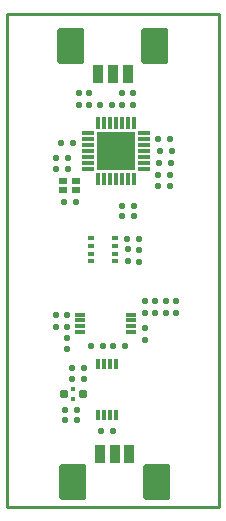
<source format=gtp>
G04*
G04 #@! TF.GenerationSoftware,Altium Limited,CircuitStudio,1.5.1 (13)*
G04*
G04 Layer_Color=8421504*
%FSLAX25Y25*%
%MOIN*%
G70*
G01*
G75*
G04:AMPARAMS|DCode=10|XSize=19.69mil|YSize=19.69mil|CornerRadius=1.97mil|HoleSize=0mil|Usage=FLASHONLY|Rotation=180.000|XOffset=0mil|YOffset=0mil|HoleType=Round|Shape=RoundedRectangle|*
%AMROUNDEDRECTD10*
21,1,0.01969,0.01575,0,0,180.0*
21,1,0.01575,0.01969,0,0,180.0*
1,1,0.00394,-0.00787,0.00787*
1,1,0.00394,0.00787,0.00787*
1,1,0.00394,0.00787,-0.00787*
1,1,0.00394,-0.00787,-0.00787*
%
%ADD10ROUNDEDRECTD10*%
G04:AMPARAMS|DCode=11|XSize=23.62mil|YSize=23.62mil|CornerRadius=2.36mil|HoleSize=0mil|Usage=FLASHONLY|Rotation=0.000|XOffset=0mil|YOffset=0mil|HoleType=Round|Shape=RoundedRectangle|*
%AMROUNDEDRECTD11*
21,1,0.02362,0.01890,0,0,0.0*
21,1,0.01890,0.02362,0,0,0.0*
1,1,0.00472,0.00945,-0.00945*
1,1,0.00472,-0.00945,-0.00945*
1,1,0.00472,-0.00945,0.00945*
1,1,0.00472,0.00945,0.00945*
%
%ADD11ROUNDEDRECTD11*%
G04:AMPARAMS|DCode=12|XSize=15.75mil|YSize=15.75mil|CornerRadius=1.58mil|HoleSize=0mil|Usage=FLASHONLY|Rotation=0.000|XOffset=0mil|YOffset=0mil|HoleType=Round|Shape=RoundedRectangle|*
%AMROUNDEDRECTD12*
21,1,0.01575,0.01260,0,0,0.0*
21,1,0.01260,0.01575,0,0,0.0*
1,1,0.00315,0.00630,-0.00630*
1,1,0.00315,-0.00630,-0.00630*
1,1,0.00315,-0.00630,0.00630*
1,1,0.00315,0.00630,0.00630*
%
%ADD12ROUNDEDRECTD12*%
G04:AMPARAMS|DCode=13|XSize=31.5mil|YSize=62.99mil|CornerRadius=1.58mil|HoleSize=0mil|Usage=FLASHONLY|Rotation=0.000|XOffset=0mil|YOffset=0mil|HoleType=Round|Shape=RoundedRectangle|*
%AMROUNDEDRECTD13*
21,1,0.03150,0.05984,0,0,0.0*
21,1,0.02835,0.06299,0,0,0.0*
1,1,0.00315,0.01417,-0.02992*
1,1,0.00315,-0.01417,-0.02992*
1,1,0.00315,-0.01417,0.02992*
1,1,0.00315,0.01417,0.02992*
%
%ADD13ROUNDEDRECTD13*%
G04:AMPARAMS|DCode=14|XSize=90mil|YSize=118.11mil|CornerRadius=4.5mil|HoleSize=0mil|Usage=FLASHONLY|Rotation=0.000|XOffset=0mil|YOffset=0mil|HoleType=Round|Shape=RoundedRectangle|*
%AMROUNDEDRECTD14*
21,1,0.09000,0.10911,0,0,0.0*
21,1,0.08100,0.11811,0,0,0.0*
1,1,0.00900,0.04050,-0.05456*
1,1,0.00900,-0.04050,-0.05456*
1,1,0.00900,-0.04050,0.05456*
1,1,0.00900,0.04050,0.05456*
%
%ADD14ROUNDEDRECTD14*%
G04:AMPARAMS|DCode=15|XSize=35mil|YSize=12.01mil|CornerRadius=1.5mil|HoleSize=0mil|Usage=FLASHONLY|Rotation=90.000|XOffset=0mil|YOffset=0mil|HoleType=Round|Shape=RoundedRectangle|*
%AMROUNDEDRECTD15*
21,1,0.03500,0.00901,0,0,90.0*
21,1,0.03200,0.01201,0,0,90.0*
1,1,0.00300,0.00450,0.01600*
1,1,0.00300,0.00450,-0.01600*
1,1,0.00300,-0.00450,-0.01600*
1,1,0.00300,-0.00450,0.01600*
%
%ADD15ROUNDEDRECTD15*%
G04:AMPARAMS|DCode=16|XSize=35mil|YSize=12.01mil|CornerRadius=1.5mil|HoleSize=0mil|Usage=FLASHONLY|Rotation=180.000|XOffset=0mil|YOffset=0mil|HoleType=Round|Shape=RoundedRectangle|*
%AMROUNDEDRECTD16*
21,1,0.03500,0.00901,0,0,180.0*
21,1,0.03200,0.01201,0,0,180.0*
1,1,0.00300,-0.01600,0.00450*
1,1,0.00300,0.01600,0.00450*
1,1,0.00300,0.01600,-0.00450*
1,1,0.00300,-0.01600,-0.00450*
%
%ADD16ROUNDEDRECTD16*%
G04:AMPARAMS|DCode=17|XSize=19.69mil|YSize=19.69mil|CornerRadius=1.97mil|HoleSize=0mil|Usage=FLASHONLY|Rotation=90.000|XOffset=0mil|YOffset=0mil|HoleType=Round|Shape=RoundedRectangle|*
%AMROUNDEDRECTD17*
21,1,0.01969,0.01575,0,0,90.0*
21,1,0.01575,0.01969,0,0,90.0*
1,1,0.00394,0.00787,0.00787*
1,1,0.00394,0.00787,-0.00787*
1,1,0.00394,-0.00787,-0.00787*
1,1,0.00394,-0.00787,0.00787*
%
%ADD17ROUNDEDRECTD17*%
G04:AMPARAMS|DCode=18|XSize=129.92mil|YSize=129.92mil|CornerRadius=3.25mil|HoleSize=0mil|Usage=FLASHONLY|Rotation=270.000|XOffset=0mil|YOffset=0mil|HoleType=Round|Shape=RoundedRectangle|*
%AMROUNDEDRECTD18*
21,1,0.12992,0.12342,0,0,270.0*
21,1,0.12342,0.12992,0,0,270.0*
1,1,0.00650,-0.06171,-0.06171*
1,1,0.00650,-0.06171,0.06171*
1,1,0.00650,0.06171,0.06171*
1,1,0.00650,0.06171,-0.06171*
%
%ADD18ROUNDEDRECTD18*%
G04:AMPARAMS|DCode=19|XSize=37.4mil|YSize=11.81mil|CornerRadius=0.59mil|HoleSize=0mil|Usage=FLASHONLY|Rotation=180.000|XOffset=0mil|YOffset=0mil|HoleType=Round|Shape=RoundedRectangle|*
%AMROUNDEDRECTD19*
21,1,0.03740,0.01063,0,0,180.0*
21,1,0.03622,0.01181,0,0,180.0*
1,1,0.00118,-0.01811,0.00532*
1,1,0.00118,0.01811,0.00532*
1,1,0.00118,0.01811,-0.00532*
1,1,0.00118,-0.01811,-0.00532*
%
%ADD19ROUNDEDRECTD19*%
G04:AMPARAMS|DCode=20|XSize=37.4mil|YSize=11.81mil|CornerRadius=0.59mil|HoleSize=0mil|Usage=FLASHONLY|Rotation=90.000|XOffset=0mil|YOffset=0mil|HoleType=Round|Shape=RoundedRectangle|*
%AMROUNDEDRECTD20*
21,1,0.03740,0.01063,0,0,90.0*
21,1,0.03622,0.01181,0,0,90.0*
1,1,0.00118,0.00532,0.01811*
1,1,0.00118,0.00532,-0.01811*
1,1,0.00118,-0.00532,-0.01811*
1,1,0.00118,-0.00532,0.01811*
%
%ADD20ROUNDEDRECTD20*%
G04:AMPARAMS|DCode=21|XSize=23.62mil|YSize=19.69mil|CornerRadius=0.98mil|HoleSize=0mil|Usage=FLASHONLY|Rotation=0.000|XOffset=0mil|YOffset=0mil|HoleType=Round|Shape=RoundedRectangle|*
%AMROUNDEDRECTD21*
21,1,0.02362,0.01772,0,0,0.0*
21,1,0.02165,0.01969,0,0,0.0*
1,1,0.00197,0.01083,-0.00886*
1,1,0.00197,-0.01083,-0.00886*
1,1,0.00197,-0.01083,0.00886*
1,1,0.00197,0.01083,0.00886*
%
%ADD21ROUNDEDRECTD21*%
G04:AMPARAMS|DCode=22|XSize=19.66mil|YSize=13.78mil|CornerRadius=0.69mil|HoleSize=0mil|Usage=FLASHONLY|Rotation=180.000|XOffset=0mil|YOffset=0mil|HoleType=Round|Shape=RoundedRectangle|*
%AMROUNDEDRECTD22*
21,1,0.01966,0.01240,0,0,180.0*
21,1,0.01828,0.01378,0,0,180.0*
1,1,0.00138,-0.00914,0.00620*
1,1,0.00138,0.00914,0.00620*
1,1,0.00138,0.00914,-0.00620*
1,1,0.00138,-0.00914,-0.00620*
%
%ADD22ROUNDEDRECTD22*%
%ADD23C,0.01000*%
D10*
X84098Y50286D02*
D03*
X88035D02*
D03*
X84098Y46786D02*
D03*
X88035D02*
D03*
X96031Y43000D02*
D03*
X99968D02*
D03*
X90118Y60500D02*
D03*
X86181D02*
D03*
X90118Y64000D02*
D03*
X86181D02*
D03*
X96469Y71500D02*
D03*
X92532D02*
D03*
X100031D02*
D03*
X103969D02*
D03*
X99535Y151786D02*
D03*
X95598D02*
D03*
X84969Y134000D02*
D03*
X81032D02*
D03*
X84969Y130500D02*
D03*
X81032D02*
D03*
X82531Y139000D02*
D03*
X86468D02*
D03*
X83531Y119500D02*
D03*
X87468D02*
D03*
X103098Y118286D02*
D03*
X107035D02*
D03*
X103098Y114786D02*
D03*
X107035D02*
D03*
X118968Y140500D02*
D03*
X115032D02*
D03*
X115298Y132486D02*
D03*
X119235D02*
D03*
X115498Y136486D02*
D03*
X119435D02*
D03*
X115032Y128500D02*
D03*
X118968D02*
D03*
X115098Y124786D02*
D03*
X119035D02*
D03*
X108535Y107286D02*
D03*
X104598D02*
D03*
D11*
X83500Y55500D02*
D03*
X89799D02*
D03*
D12*
X86650Y57075D02*
D03*
Y53925D02*
D03*
D13*
X95579Y35417D02*
D03*
X100500D02*
D03*
X105421D02*
D03*
X104921Y162083D02*
D03*
X100000D02*
D03*
X95079D02*
D03*
D14*
X86500Y26000D02*
D03*
X114500D02*
D03*
X114000Y171500D02*
D03*
X86000D02*
D03*
D15*
X95063Y65545D02*
D03*
X97031D02*
D03*
X99000D02*
D03*
X100969D02*
D03*
Y48455D02*
D03*
X99000D02*
D03*
X97031D02*
D03*
X95063D02*
D03*
D16*
X88955Y76063D02*
D03*
Y78031D02*
D03*
Y80000D02*
D03*
Y81968D02*
D03*
X106045D02*
D03*
Y80000D02*
D03*
Y78031D02*
D03*
Y76063D02*
D03*
D17*
X84567Y74254D02*
D03*
Y70317D02*
D03*
Y77817D02*
D03*
Y81754D02*
D03*
X81067D02*
D03*
Y77817D02*
D03*
X110500Y73532D02*
D03*
Y77469D02*
D03*
Y82531D02*
D03*
Y86468D02*
D03*
X114000D02*
D03*
Y82531D02*
D03*
X117500D02*
D03*
Y86468D02*
D03*
X121000Y82531D02*
D03*
Y86468D02*
D03*
X106567Y155754D02*
D03*
Y151817D02*
D03*
X88567D02*
D03*
Y155754D02*
D03*
X92067D02*
D03*
Y151817D02*
D03*
X108500Y99532D02*
D03*
Y103469D02*
D03*
X105067Y99817D02*
D03*
Y103754D02*
D03*
X103067Y155754D02*
D03*
Y151817D02*
D03*
D18*
X101000Y136500D02*
D03*
D19*
X110370Y130595D02*
D03*
Y132563D02*
D03*
Y134531D02*
D03*
Y136500D02*
D03*
Y138469D02*
D03*
Y140437D02*
D03*
Y142405D02*
D03*
X91630Y130595D02*
D03*
Y132563D02*
D03*
Y134531D02*
D03*
Y136500D02*
D03*
Y138469D02*
D03*
Y140437D02*
D03*
Y142405D02*
D03*
D20*
X106905Y127130D02*
D03*
X104937D02*
D03*
X102969D02*
D03*
X101000D02*
D03*
X99032D02*
D03*
X97063D02*
D03*
X95095D02*
D03*
Y145870D02*
D03*
X97063D02*
D03*
X99032D02*
D03*
X101000D02*
D03*
X102969D02*
D03*
X104937D02*
D03*
X106905D02*
D03*
D21*
X83335Y126575D02*
D03*
X87665D02*
D03*
Y123425D02*
D03*
X83335D02*
D03*
D22*
X92465Y99661D02*
D03*
Y102220D02*
D03*
Y104780D02*
D03*
Y107339D02*
D03*
X100535D02*
D03*
Y104780D02*
D03*
Y102220D02*
D03*
Y99661D02*
D03*
D23*
X64567Y182214D02*
X135433D01*
Y17786D02*
Y182214D01*
X64567Y17786D02*
X135433D01*
X64567D02*
Y182214D01*
M02*

</source>
